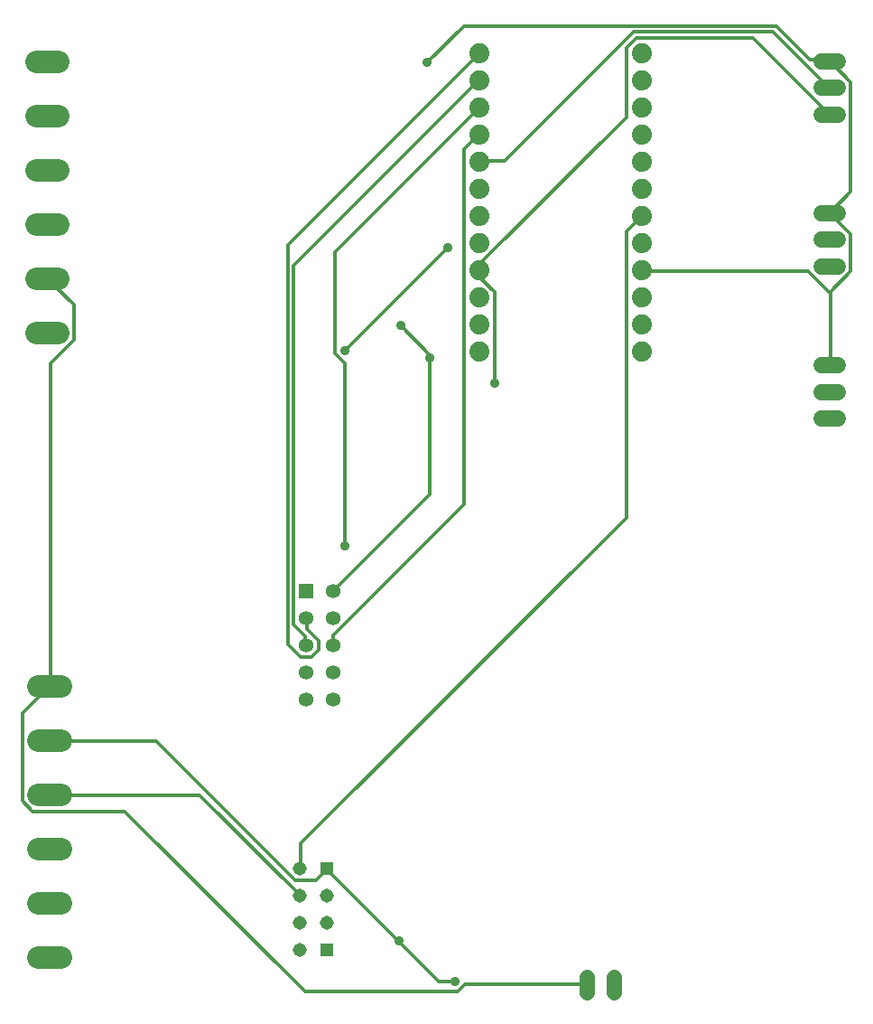
<source format=gbr>
G04 EAGLE Gerber RS-274X export*
G75*
%MOMM*%
%FSLAX34Y34*%
%LPD*%
%AMOC8*
5,1,8,0,0,1.08239X$1,22.5*%
G01*
%ADD10C,1.422400*%
%ADD11C,1.524000*%
%ADD12R,1.308000X1.308000*%
%ADD13C,1.308000*%
%ADD14C,1.879600*%
%ADD15C,1.358000*%
%ADD16R,1.358000X1.358000*%
%ADD17C,2.095500*%
%ADD18C,0.300000*%
%ADD19C,0.906400*%


D10*
X600200Y32888D02*
X600200Y47112D01*
X574800Y47112D02*
X574800Y32888D01*
D11*
X794880Y620000D02*
X810120Y620000D01*
X810120Y595000D02*
X794880Y595000D01*
X794880Y570000D02*
X810120Y570000D01*
X810120Y762500D02*
X794880Y762500D01*
X794880Y737500D02*
X810120Y737500D01*
X810120Y712500D02*
X794880Y712500D01*
D12*
X331125Y148250D03*
X331125Y72050D03*
D13*
X331125Y122850D03*
X331125Y97450D03*
X305725Y97450D03*
X305725Y122850D03*
X305725Y148250D03*
X305725Y72050D03*
D14*
X626200Y633000D03*
X626200Y658400D03*
X626200Y683800D03*
X626200Y709200D03*
X626200Y734600D03*
X626200Y760000D03*
X626200Y785400D03*
X626200Y810800D03*
X626200Y836200D03*
X626200Y861600D03*
X626200Y887000D03*
X626200Y912400D03*
X473800Y912400D03*
X473800Y887000D03*
X473800Y861600D03*
X473800Y836200D03*
X473800Y810800D03*
X473800Y785400D03*
X473800Y760000D03*
X473800Y734600D03*
X473800Y709200D03*
X473800Y683800D03*
X473800Y658400D03*
X473800Y633000D03*
D15*
X311400Y382900D03*
X311400Y357500D03*
X311400Y332100D03*
X311400Y306700D03*
X336800Y306700D03*
X336800Y332100D03*
X336800Y357500D03*
X336800Y382900D03*
X336800Y408300D03*
D16*
X311400Y408300D03*
D17*
X78778Y904500D02*
X57823Y904500D01*
X57823Y853700D02*
X78778Y853700D01*
X78778Y650500D02*
X57823Y650500D01*
X57823Y802900D02*
X78778Y802900D01*
X78778Y752100D02*
X57823Y752100D01*
X57823Y701300D02*
X78778Y701300D01*
X81278Y319500D02*
X60323Y319500D01*
X60323Y268700D02*
X81278Y268700D01*
X81278Y65500D02*
X60323Y65500D01*
X60323Y217900D02*
X81278Y217900D01*
X81278Y167100D02*
X60323Y167100D01*
X60323Y116300D02*
X81278Y116300D01*
D11*
X794880Y905000D02*
X810120Y905000D01*
X810120Y880000D02*
X794880Y880000D01*
X794880Y855000D02*
X810120Y855000D01*
D18*
X71500Y621500D02*
X71500Y320375D01*
X71500Y621500D02*
X93500Y643500D01*
X93500Y676500D01*
X68750Y701250D01*
X71500Y320375D02*
X70800Y319500D01*
X68750Y701250D02*
X68300Y701300D01*
X460625Y39875D02*
X574750Y39875D01*
X460625Y39875D02*
X453750Y33000D01*
X310750Y33000D01*
X141625Y202125D01*
X55000Y202125D01*
X45375Y211750D01*
X45375Y294250D01*
X70125Y319000D01*
X574800Y40000D02*
X574750Y39875D01*
X70800Y319500D02*
X70125Y319000D01*
X803000Y620125D02*
X803000Y688875D01*
X822250Y708125D01*
X822250Y742500D01*
X803000Y761750D01*
X803000Y620125D02*
X802500Y620000D01*
X803000Y761750D02*
X802500Y762500D01*
X822250Y885500D02*
X803000Y904750D01*
X822250Y885500D02*
X822250Y782375D01*
X803000Y763125D01*
X803000Y904750D02*
X802500Y905000D01*
X803000Y763125D02*
X802500Y762500D01*
X782375Y708125D02*
X627000Y708125D01*
X782375Y708125D02*
X801625Y688875D01*
X627000Y708125D02*
X626200Y709200D01*
X801625Y688875D02*
X803000Y688875D01*
X427625Y627000D02*
X427625Y499125D01*
X336875Y408375D01*
X336800Y408300D01*
X435875Y42625D02*
X451000Y42625D01*
X398063Y80438D02*
X331375Y147125D01*
X398063Y80438D02*
X435875Y42625D01*
X331375Y147125D02*
X331125Y148250D01*
X170500Y268125D02*
X71500Y268125D01*
X170500Y268125D02*
X301125Y137500D01*
X320375Y137500D01*
X330000Y147125D01*
X71500Y268125D02*
X70800Y268700D01*
X330000Y147125D02*
X331125Y148250D01*
X427625Y629750D02*
X400125Y657250D01*
X427625Y629750D02*
X427625Y628375D01*
X427625Y627000D01*
X783750Y906125D02*
X801625Y906125D01*
X783750Y906125D02*
X752125Y937750D01*
X459250Y937750D01*
X424875Y903375D01*
X801625Y906125D02*
X802500Y905000D01*
X398750Y81125D02*
X398063Y80438D01*
D19*
X427625Y627000D03*
X451000Y42625D03*
X400125Y657250D03*
X424875Y903375D03*
X398750Y81125D03*
D18*
X310750Y357500D02*
X310750Y365750D01*
X299750Y376750D01*
X299750Y713625D01*
X473000Y886875D01*
X311400Y357500D02*
X310750Y357500D01*
X473000Y886875D02*
X473800Y887000D01*
X474375Y715000D02*
X474375Y709500D01*
X474375Y715000D02*
X611875Y852500D01*
X611875Y917125D01*
X621500Y926750D01*
X730125Y926750D01*
X801625Y855250D01*
X474375Y709500D02*
X473800Y709200D01*
X801625Y855250D02*
X802500Y855000D01*
X211750Y217250D02*
X71500Y217250D01*
X211750Y217250D02*
X305250Y123750D01*
X71500Y217250D02*
X70800Y217900D01*
X305250Y123750D02*
X305725Y122850D01*
X474375Y702625D02*
X474375Y708125D01*
X474375Y702625D02*
X488125Y688875D01*
X488125Y603625D01*
X474375Y708125D02*
X473800Y709200D01*
D19*
X488125Y603625D03*
D18*
X306625Y171875D02*
X306625Y148500D01*
X306625Y171875D02*
X611875Y477125D01*
X611875Y745250D01*
X625625Y759000D01*
X306625Y148500D02*
X305725Y148250D01*
X625625Y759000D02*
X626200Y760000D01*
X497750Y811250D02*
X474375Y811250D01*
X497750Y811250D02*
X618750Y932250D01*
X749375Y932250D01*
X801625Y880000D01*
X474375Y811250D02*
X473800Y810800D01*
X801625Y880000D02*
X802500Y880000D01*
X336875Y367125D02*
X336875Y357500D01*
X336875Y367125D02*
X459250Y489500D01*
X459250Y822250D01*
X473000Y836000D01*
X336875Y357500D02*
X336800Y357500D01*
X473000Y836000D02*
X473800Y836200D01*
X347875Y621500D02*
X347875Y451000D01*
X347875Y621500D02*
X338250Y631125D01*
X338250Y726000D01*
X473000Y860750D01*
X473800Y861600D01*
D19*
X347875Y451000D03*
D18*
X312125Y382250D02*
X312125Y372625D01*
X323125Y361625D01*
X323125Y353375D01*
X316250Y346500D01*
X306625Y346500D01*
X294250Y358875D01*
X294250Y732875D01*
X473000Y911625D01*
X311400Y382900D02*
X312125Y382250D01*
X473000Y911625D02*
X473800Y912400D01*
X444125Y730125D02*
X347875Y633875D01*
D19*
X444125Y730125D03*
X347875Y633875D03*
M02*

</source>
